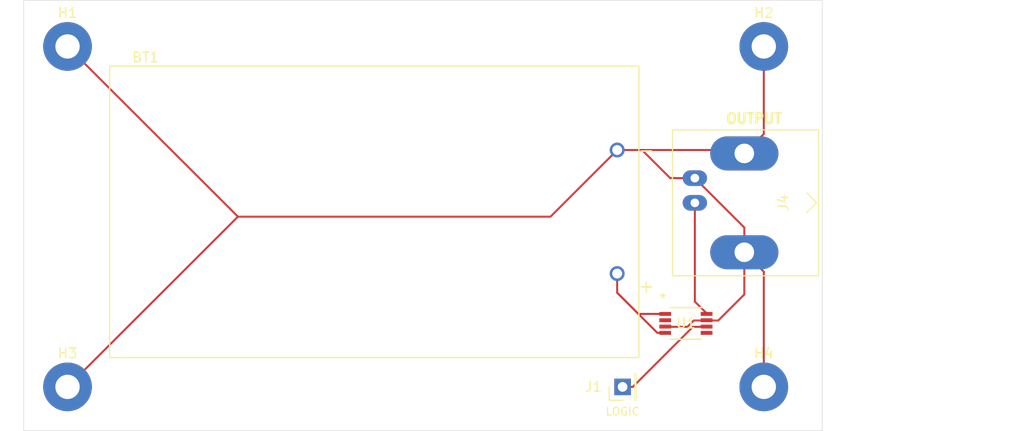
<source format=kicad_pcb>
(kicad_pcb (version 20241229) (generator "pcbnew") (generator_version "9.0")
  (title_block (title "Battery Control Box") (date "2025-06-03"))
  (layers (0 "F.Cu" signal) (2 "B.Cu" signal) (13 "F.Paste" user) (15 "B.Paste" user) (5 "F.SilkS" user "F.Silkscreen") (7 "B.SilkS" user "B.Silkscreen") (1 "F.Mask" user) (3 "B.Mask" user) (25 "Edge.Cuts" user))
  (net 0 "")
  (net 1 "GND")
  (net 2 "+9V DC INPUT")
  (net 3 "VOUT (+9 V)")
  (net 4 "ADRUINO INPUT")
  (footprint "BH9VPC:BAT_BH9VPC" (layer "F.Cu") (at 115.75 82.75)
    (property "Reference" "BT1" (at -23.495 -15.875 0) (layer "F.SilkS"))
    (property "Value" "BH9VPC")
    (fp_line (start -27.175 -14.985) (end 27.175 -14.985) (stroke (width 0.127)) (layer "F.SilkS"))
    (fp_line (start -27.175 14.985) (end -27.175 -14.985) (stroke (width 0.127)) (layer "F.SilkS"))
    (fp_line (start 27.175 -14.985) (end 27.175 14.985) (stroke (width 0.127)) (layer "F.SilkS"))
    (fp_line (start 27.175 14.985) (end -27.175 14.985) (stroke (width 0.127)) (layer "F.SilkS"))
    (fp_text user "-" (at 27.94 -6.35 0) (layer "F.SilkS") (effects (font (size 1.4 1.4))))
    (fp_text user "+" (at 27.94 7.62 0) (layer "F.SilkS") (effects (font (size 1.4 1.4))))
    (pad "" np_thru_hole circle (at -13.625 -11.09) (size 2.29 2.29) (drill 2.29) (layers "*.Cu" "*.Mask"))
    (pad "" np_thru_hole circle (at -0.135 11.26) (size 2.29 2.29) (drill 2.29) (layers "*.Cu" "*.Mask"))
    (pad "" np_thru_hole circle (at 13.345 -11.09) (size 2.29 2.29) (drill 2.29) (layers "*.Cu" "*.Mask"))
    (pad "+" thru_hole circle (at 24.945 6.35) (size 1.524 1.524) (drill 1.016) (layers "*.Cu" "*.Mask") (net 2 "+9V DC INPUT"))
    (pad "-" thru_hole circle (at 24.945 -6.35) (size 1.524 1.524) (drill 1.016) (layers "*.Cu" "*.Mask") (net 1 "GND"))
  )
  (footprint "MountingHole:MountingHole_2.5mm_Pad" (layer "F.Cu") (at 155.75 65.75)
    (property "Reference" "H2" (at 0 -3.45 0) (layer "F.SilkS"))
    (property "Value" "MountingHole_Pad")
    (pad "1" thru_hole circle (at 0 0) (size 5 5) (drill 2.5) (layers "*.Cu" "*.Mask") (net 1 "GND"))
  )
  (footprint "MountingHole:MountingHole_2.5mm_Pad" (layer "F.Cu") (at 155.75 100.75)
    (property "Reference" "H4" (at 0 -3.45 0) (layer "F.SilkS"))
    (property "Value" "MountingHole_Pad")
    (pad "1" thru_hole circle (at 0 0) (size 5 5) (drill 2.5) (layers "*.Cu" "*.Mask") (net 1 "GND"))
  )
  (footprint "ADG1401BRMZ_REEL7:RM_8_ADI-L" (layer "F.Cu") (at 147.75 94.224999)
    (property "Reference" "U1" (at 0 0 0) (layer "F.SilkS"))
    (property "Value" "ADG1401BRMZ-REEL7" (hide yes))
    (fp_line (start -1.627 1.627) (end 1.627 1.627) (stroke (width 0.1524)) (layer "F.SilkS"))
    (fp_line (start 1.627 -1.627) (end -1.627 -1.627) (stroke (width 0.1524)) (layer "F.SilkS"))
    (fp_text user "*" (at -2.378199 -2.518 0) (layer "F.SilkS"))
    (pad "1" smd rect (at -2.124199 -0.974999) (size 1.2064 0.4) (layers "F.Cu" "F.Mask" "F.Paste") (net 2 "+9V DC INPUT"))
    (pad "2" smd rect (at -2.124199 -0.325001) (size 1.2064 0.4) (layers "F.Cu" "F.Mask" "F.Paste"))
    (pad "3" smd rect (at -2.124199 0.325001) (size 1.2064 0.4) (layers "F.Cu" "F.Mask" "F.Paste") (net 1 "GND"))
    (pad "4" smd rect (at -2.124199 0.974999) (size 1.2064 0.4) (layers "F.Cu" "F.Mask" "F.Paste") (net 2 "+9V DC INPUT"))
    (pad "5" smd rect (at 2.124199 0.974999) (size 1.2064 0.4) (layers "F.Cu" "F.Mask" "F.Paste"))
    (pad "6" smd rect (at 2.124199 0.325001) (size 1.2064 0.4) (layers "F.Cu" "F.Mask" "F.Paste") (net 4 "ADRUINO INPUT"))
    (pad "7" smd rect (at 2.124199 -0.325001) (size 1.2064 0.4) (layers "F.Cu" "F.Mask" "F.Paste") (net 1 "GND"))
    (pad "8" smd rect (at 2.124199 -0.974999) (size 1.2064 0.4) (layers "F.Cu" "F.Mask" "F.Paste") (net 3 "VOUT (+9 V)"))
  )
  (footprint "MountingHole:MountingHole_2.5mm_Pad" (layer "F.Cu") (at 84.25 100.75)
    (property "Reference" "H3" (at 0 -3.45 0) (layer "F.SilkS"))
    (property "Value" "MountingHole_Pad")
    (pad "1" thru_hole circle (at 0 0) (size 5 5) (drill 2.5) (layers "*.Cu" "*.Mask") (net 1 "GND"))
  )
  (footprint "Connector_Coaxial:BNC_Amphenol_B6252HB-NPP3G-50_Horizontal" (layer "F.Cu") (at 148.67 81.83 -90)
    (property "Reference" "J4" (at 0 -9.08 90) (layer "F.SilkS"))
    (property "Value" "Conn_Coaxial")
    (fp_line (start -7.5 2.3) (end -7.5 -12.7) (stroke (width 0.12)) (layer "F.SilkS"))
    (fp_line (start 7.5 2.3) (end -7.5 2.3) (stroke (width 0.12)) (layer "F.SilkS"))
    (fp_line (start 0 -12.5) (end -1 -11.5) (stroke (width 0.12)) (layer "F.SilkS"))
    (fp_line (start 0 -12.5) (end 1 -11.5) (stroke (width 0.12)) (layer "F.SilkS"))
    (fp_line (start -7.5 -12.7) (end 7.5 -12.7) (stroke (width 0.12)) (layer "F.SilkS"))
    (fp_line (start 7.5 -12.7) (end 7.5 2.3) (stroke (width 0.12)) (layer "F.SilkS"))
    (pad "1" thru_hole oval (at 0 0 270) (size 1.6 2.5) (drill 0.89) (layers "*.Cu" "*.Mask") (net 3 "VOUT (+9 V)"))
    (pad "2" thru_hole oval (at -5.08 -5.08 270) (size 3.5 7) (drill 2.01) (layers "*.Cu" "*.Mask") (net 1 "GND"))
    (pad "2" thru_hole oval (at -2.54 0 270) (size 1.6 2.5) (drill 0.89) (layers "*.Cu" "*.Mask") (net 1 "GND"))
    (pad "2" thru_hole oval (at 5.08 -5.08 270) (size 3.5 7) (drill 2.01) (layers "*.Cu" "*.Mask") (net 1 "GND"))
  )
  (footprint "MountingHole:MountingHole_2.5mm_Pad" (layer "F.Cu") (at 84.25 65.75)
    (property "Reference" "H1" (at 0 -3.45 0) (layer "F.SilkS"))
    (property "Value" "MountingHole_Pad")
    (pad "1" thru_hole circle (at 0 0) (size 5 5) (drill 2.5) (layers "*.Cu" "*.Mask") (net 1 "GND"))
  )
  (footprint "Connector_PinHeader_2.54mm:PinHeader_1x01_P2.54mm_Vertical" (layer "F.Cu") (at 141.25 100.75 90)
    (property "Reference" "J1" (at 0 -3 180) (layer "F.SilkS"))
    (property "Value" "Logic" (hide yes))
    (fp_line (start -1.38 -1.38) (end 0 -1.38) (stroke (width 0.12)) (layer "F.SilkS"))
    (fp_line (start -1.38 0) (end -1.38 -1.38) (stroke (width 0.12)) (layer "F.SilkS"))
    (fp_line (start 1.38 1.27) (end 1.38 1.38) (stroke (width 0.12)) (layer "F.SilkS"))
    (fp_line (start -1.38 1.27) (end 1.38 1.27) (stroke (width 0.12)) (layer "F.SilkS"))
    (fp_line (start -1.38 1.27) (end -1.38 1.38) (stroke (width 0.12)) (layer "F.SilkS"))
    (fp_line (start -1.38 1.38) (end 1.38 1.38) (stroke (width 0.12)) (layer "F.SilkS"))
    (pad "1" thru_hole rect (at 0 0 90) (size 1.7 1.7) (drill 1) (layers "*.Cu" "*.Mask") (net 4 "ADRUINO INPUT"))
  )
  (gr_rect (start 79.75 61) (end 161.75 105.25) (stroke (width 0.05)) (fill no) (layer "Edge.Cuts"))
  (gr_text "LOGIC" (at 141.25 103.75 0) (layer "F.SilkS") (effects (font (size 0.8 0.8) (thickness 0.125) (bold yes)) (justify bottom)))
  (gr_text "OUTPUT" (at 151.75 73.75 0) (layer "F.SilkS") (effects (font (size 1 1) (thickness 0.25) (bold yes)) (justify left bottom)))
  (segment (start 101.75 83.25) (end 133.845 83.25) (width 0.2) (layer "F.Cu") (net 1))
  (segment (start 149.965299 93.924999) (end 151.075001 93.924999) (width 0.2) (layer "F.Cu") (net 1))
  (segment (start 133.845 83.25) (end 140.695 76.4) (width 0.2) (layer "F.Cu") (net 1))
  (segment (start 143.25 76.4) (end 153.4 76.4) (width 0.2) (layer "F.Cu") (net 1))
  (segment (start 155.75 65.75) (end 155.75 74.75) (width 0.2) (layer "F.Cu") (net 1))
  (segment (start 143.25 76.4) (end 146.14 79.29) (width 0.2) (layer "F.Cu") (net 1))
  (segment (start 148.557901 93.924999) (end 149.965299 93.924999) (width 0.2) (layer "F.Cu") (net 1))
  (segment (start 155.75 88.91) (end 153.75 86.91) (width 0.2) (layer "F.Cu") (net 1))
  (segment (start 146.14 79.29) (end 148.67 79.29) (width 0.2) (layer "F.Cu") (net 1))
  (segment (start 153.75 91.25) (end 153.75 86.91) (width 0.2) (layer "F.Cu") (net 1))
  (segment (start 155.75 100.75) (end 155.75 88.91) (width 0.2) (layer "F.Cu") (net 1))
  (segment (start 153.75 86.91) (end 153.75 84.37) (width 0.2) (layer "F.Cu") (net 1))
  (segment (start 155.75 74.75) (end 153.75 76.75) (width 0.2) (layer "F.Cu") (net 1))
  (segment (start 153.4 76.4) (end 153.75 76.75) (width 0.2) (layer "F.Cu") (net 1))
  (segment (start 145.534701 94.575001) (end 147.907899 94.575001) (width 0.2) (layer "F.Cu") (net 1))
  (segment (start 100.25 84.75) (end 101.75 83.25) (width 0.2) (layer "F.Cu") (net 1))
  (segment (start 147.907899 94.575001) (end 148.557901 93.924999) (width 0.2) (layer "F.Cu") (net 1))
  (segment (start 153.75 84.37) (end 148.67 79.29) (width 0.2) (layer "F.Cu") (net 1))
  (segment (start 140.695 76.4) (end 143.25 76.4) (width 0.2) (layer "F.Cu") (net 1))
  (segment (start 151.075001 93.924999) (end 153.75 91.25) (width 0.2) (layer "F.Cu") (net 1))
  (segment (start 84.25 65.75) (end 101.75 83.25) (width 0.2) (layer "F.Cu") (net 1))
  (segment (start 84.25 100.75) (end 100.25 84.75) (width 0.2) (layer "F.Cu") (net 1))
  (segment (start 144.822601 95.199998) (end 145.625801 95.199998) (width 0.2) (layer "F.Cu") (net 2))
  (segment (start 140.695 91.072397) (end 144.822601 95.199998) (width 0.2) (layer "F.Cu") (net 2))
  (segment (start 140.695 89.1) (end 140.695 91.072397) (width 0.2) (layer "F.Cu") (net 2))
  (segment (start 142.872603 93.25) (end 140.695 91.072397) (width 0.2) (layer "F.Cu") (net 2))
  (segment (start 145.625801 93.25) (end 142.872603 93.25) (width 0.2) (layer "F.Cu") (net 2))
  (segment (start 149.965299 93.275001) (end 148.67 91.979702) (width 0.2) (layer "F.Cu") (net 3))
  (segment (start 148.67 91.979702) (end 148.67 81.83) (width 0.2) (layer "F.Cu") (net 3))
  (segment (start 142.3 100.75) (end 148.474999 94.575001) (width 0.2) (layer "F.Cu") (net 4))
  (segment (start 141.25 100.75) (end 142.3 100.75) (width 0.2) (layer "F.Cu") (net 4))
  (segment (start 141.25 100.75) (end 141.981599 100.018401) (width 0.2) (layer "F.Cu") (net 4))
  (segment (start 148.474999 94.575001) (end 149.965299 94.575001) (width 0.2) (layer "F.Cu") (net 4))
)
</source>
